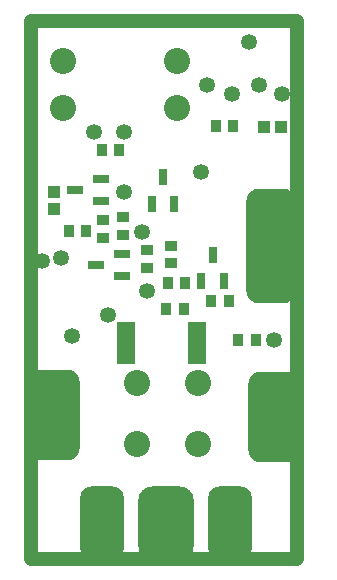
<source format=gbs>
%FSLAX25Y25*%
%MOIN*%
G70*
G01*
G75*
G04 Layer_Color=16711935*
%ADD10R,0.06890X0.10433*%
%ADD11R,0.08504X0.08898*%
%ADD12R,0.06693X0.02953*%
%ADD13R,0.08268X0.03937*%
%ADD14O,0.08268X0.03937*%
%ADD15O,0.02362X0.07087*%
%ADD16O,0.02362X0.08268*%
%ADD17R,0.03543X0.02756*%
%ADD18C,0.01000*%
%ADD19C,0.05000*%
%ADD20C,0.07000*%
%ADD21C,0.02000*%
%ADD22R,0.29000X0.24000*%
%ADD23R,0.30500X0.24000*%
%ADD24C,0.04724*%
G04:AMPARAMS|DCode=25|XSize=137.8mil|YSize=236.22mil|CornerRadius=34.45mil|HoleSize=0mil|Usage=FLASHONLY|Rotation=0.000|XOffset=0mil|YOffset=0mil|HoleType=Round|Shape=RoundedRectangle|*
%AMROUNDEDRECTD25*
21,1,0.13780,0.16732,0,0,0.0*
21,1,0.06890,0.23622,0,0,0.0*
1,1,0.06890,0.03445,-0.08366*
1,1,0.06890,-0.03445,-0.08366*
1,1,0.06890,-0.03445,0.08366*
1,1,0.06890,0.03445,0.08366*
%
%ADD25ROUNDEDRECTD25*%
G04:AMPARAMS|DCode=26|XSize=177.16mil|YSize=236.22mil|CornerRadius=44.29mil|HoleSize=0mil|Usage=FLASHONLY|Rotation=0.000|XOffset=0mil|YOffset=0mil|HoleType=Round|Shape=RoundedRectangle|*
%AMROUNDEDRECTD26*
21,1,0.17716,0.14764,0,0,0.0*
21,1,0.08858,0.23622,0,0,0.0*
1,1,0.08858,0.04429,-0.07382*
1,1,0.08858,-0.04429,-0.07382*
1,1,0.08858,-0.04429,0.07382*
1,1,0.08858,0.04429,0.07382*
%
%ADD26ROUNDEDRECTD26*%
G04:AMPARAMS|DCode=27|XSize=374.02mil|YSize=157.48mil|CornerRadius=39.37mil|HoleSize=0mil|Usage=FLASHONLY|Rotation=90.000|XOffset=0mil|YOffset=0mil|HoleType=Round|Shape=RoundedRectangle|*
%AMROUNDEDRECTD27*
21,1,0.37402,0.07874,0,0,90.0*
21,1,0.29528,0.15748,0,0,90.0*
1,1,0.07874,0.03937,0.14764*
1,1,0.07874,0.03937,-0.14764*
1,1,0.07874,-0.03937,-0.14764*
1,1,0.07874,-0.03937,0.14764*
%
%ADD27ROUNDEDRECTD27*%
G04:AMPARAMS|DCode=28|XSize=295.28mil|YSize=157.48mil|CornerRadius=39.37mil|HoleSize=0mil|Usage=FLASHONLY|Rotation=90.000|XOffset=0mil|YOffset=0mil|HoleType=Round|Shape=RoundedRectangle|*
%AMROUNDEDRECTD28*
21,1,0.29528,0.07874,0,0,90.0*
21,1,0.21654,0.15748,0,0,90.0*
1,1,0.07874,0.03937,0.10827*
1,1,0.07874,0.03937,-0.10827*
1,1,0.07874,-0.03937,-0.10827*
1,1,0.07874,-0.03937,0.10827*
%
%ADD28ROUNDEDRECTD28*%
%ADD29C,0.07874*%
%ADD30C,0.04500*%
%ADD31R,0.03150X0.03543*%
%ADD32R,0.03543X0.03150*%
%ADD33R,0.04528X0.02362*%
%ADD34R,0.02362X0.04528*%
%ADD35R,0.02756X0.03543*%
%ADD36R,0.05118X0.13189*%
%ADD37C,0.01500*%
%ADD38C,0.10000*%
%ADD39C,0.05500*%
%ADD40R,0.31000X0.24500*%
%ADD41R,0.30000X0.24000*%
%ADD42C,0.00787*%
%ADD43C,0.00984*%
%ADD44C,0.02362*%
%ADD45C,0.00600*%
%ADD46R,0.07690X0.11233*%
%ADD47R,0.09304X0.09698*%
%ADD48R,0.07493X0.03753*%
%ADD49R,0.09068X0.04737*%
%ADD50O,0.09068X0.04737*%
%ADD51O,0.03162X0.07887*%
%ADD52O,0.03162X0.09068*%
%ADD53R,0.04343X0.03556*%
G04:AMPARAMS|DCode=54|XSize=145.79mil|YSize=244.22mil|CornerRadius=38.45mil|HoleSize=0mil|Usage=FLASHONLY|Rotation=0.000|XOffset=0mil|YOffset=0mil|HoleType=Round|Shape=RoundedRectangle|*
%AMROUNDEDRECTD54*
21,1,0.14579,0.16732,0,0,0.0*
21,1,0.06890,0.24422,0,0,0.0*
1,1,0.07690,0.03445,-0.08366*
1,1,0.07690,-0.03445,-0.08366*
1,1,0.07690,-0.03445,0.08366*
1,1,0.07690,0.03445,0.08366*
%
%ADD54ROUNDEDRECTD54*%
G04:AMPARAMS|DCode=55|XSize=185.17mil|YSize=244.22mil|CornerRadius=48.29mil|HoleSize=0mil|Usage=FLASHONLY|Rotation=0.000|XOffset=0mil|YOffset=0mil|HoleType=Round|Shape=RoundedRectangle|*
%AMROUNDEDRECTD55*
21,1,0.18517,0.14764,0,0,0.0*
21,1,0.08858,0.24422,0,0,0.0*
1,1,0.09658,0.04429,-0.07382*
1,1,0.09658,-0.04429,-0.07382*
1,1,0.09658,-0.04429,0.07382*
1,1,0.09658,0.04429,0.07382*
%
%ADD55ROUNDEDRECTD55*%
G04:AMPARAMS|DCode=56|XSize=382.02mil|YSize=165.48mil|CornerRadius=43.37mil|HoleSize=0mil|Usage=FLASHONLY|Rotation=90.000|XOffset=0mil|YOffset=0mil|HoleType=Round|Shape=RoundedRectangle|*
%AMROUNDEDRECTD56*
21,1,0.38202,0.07874,0,0,90.0*
21,1,0.29528,0.16548,0,0,90.0*
1,1,0.08674,0.03937,0.14764*
1,1,0.08674,0.03937,-0.14764*
1,1,0.08674,-0.03937,-0.14764*
1,1,0.08674,-0.03937,0.14764*
%
%ADD56ROUNDEDRECTD56*%
G04:AMPARAMS|DCode=57|XSize=303.28mil|YSize=165.48mil|CornerRadius=43.37mil|HoleSize=0mil|Usage=FLASHONLY|Rotation=90.000|XOffset=0mil|YOffset=0mil|HoleType=Round|Shape=RoundedRectangle|*
%AMROUNDEDRECTD57*
21,1,0.30328,0.07874,0,0,90.0*
21,1,0.21654,0.16548,0,0,90.0*
1,1,0.08674,0.03937,0.10827*
1,1,0.08674,0.03937,-0.10827*
1,1,0.08674,-0.03937,-0.10827*
1,1,0.08674,-0.03937,0.10827*
%
%ADD57ROUNDEDRECTD57*%
%ADD58C,0.08674*%
%ADD59C,0.05300*%
%ADD60R,0.03950X0.04343*%
%ADD61R,0.04343X0.03950*%
%ADD62R,0.05328X0.03162*%
%ADD63R,0.03162X0.05328*%
%ADD64R,0.03556X0.04343*%
%ADD65R,0.05918X0.13989*%
D24*
X0Y0D02*
Y179500D01*
Y0D02*
X88500D01*
X0Y179500D02*
X88500D01*
Y0D02*
Y179500D01*
D53*
X46500Y98547D02*
D03*
Y104453D02*
D03*
X24000Y107047D02*
D03*
Y112953D02*
D03*
X38500Y97047D02*
D03*
Y102953D02*
D03*
X30500Y113953D02*
D03*
Y108047D02*
D03*
D54*
X66413Y12094D02*
D03*
X23500D02*
D03*
D55*
X44957D02*
D03*
D56*
X80000Y104500D02*
D03*
D57*
X8000Y48000D02*
D03*
X80500Y47500D02*
D03*
D58*
X35461Y58539D02*
D03*
X55539D02*
D03*
X35461Y38461D02*
D03*
X55539D02*
D03*
X10500Y150500D02*
D03*
Y166000D02*
D03*
X48500Y150500D02*
D03*
X48500Y166000D02*
D03*
D59*
X10000Y100500D02*
D03*
X38500Y89500D02*
D03*
X56500Y129000D02*
D03*
X3500Y99500D02*
D03*
X13750Y74482D02*
D03*
X25500Y81500D02*
D03*
X81000Y73000D02*
D03*
X31000Y122500D02*
D03*
X21000Y142500D02*
D03*
X31000D02*
D03*
X83500Y155000D02*
D03*
X76000Y158000D02*
D03*
X67000Y155000D02*
D03*
X58500Y158000D02*
D03*
X72500Y172500D02*
D03*
X37000Y109000D02*
D03*
D60*
X83256Y144000D02*
D03*
X77744D02*
D03*
D61*
X7500Y116744D02*
D03*
Y122256D02*
D03*
D62*
X21571Y98000D02*
D03*
X30429Y94260D02*
D03*
Y101740D02*
D03*
X14571Y123000D02*
D03*
X23429Y119260D02*
D03*
Y126740D02*
D03*
D63*
X43953Y127217D02*
D03*
X40213Y118358D02*
D03*
X47693D02*
D03*
X60500Y101429D02*
D03*
X56760Y92571D02*
D03*
X64240D02*
D03*
D64*
X29453Y136500D02*
D03*
X23547D02*
D03*
X61547Y144500D02*
D03*
X67453D02*
D03*
X12547Y109500D02*
D03*
X18453D02*
D03*
X65953Y86000D02*
D03*
X60047D02*
D03*
X45047Y83500D02*
D03*
X50953D02*
D03*
X45547Y92000D02*
D03*
X51453D02*
D03*
X69047Y73000D02*
D03*
X74953D02*
D03*
D65*
X55213Y72000D02*
D03*
X31787D02*
D03*
M02*

</source>
